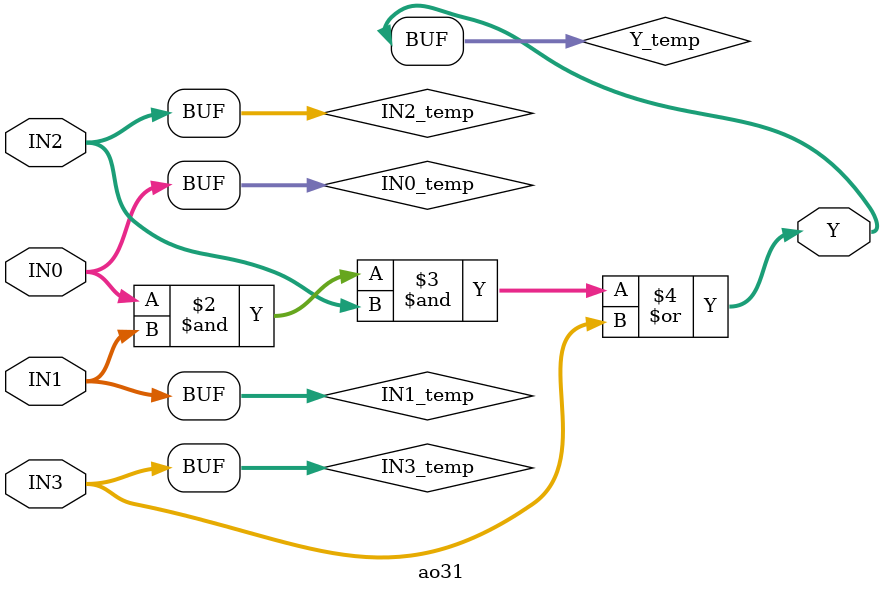
<source format=v>
module ao31(IN0,IN1,IN2,IN3,Y);
  parameter N = 8;
  parameter DPFLAG = 0;
  parameter GROUP = "std";
  parameter
        d_IN0 = 0,
        d_IN1 = 0,
        d_IN2 = 0,
        d_IN3 = 0,
        d_Y = 1;
  input [(N - 1):0] IN0;
  input [(N - 1):0] IN1;
  input [(N - 1):0] IN2;
  input [(N - 1):0] IN3;
  output [(N - 1):0] Y;
  wire [(N - 1):0] IN0_temp;
  wire [(N - 1):0] IN1_temp;
  wire [(N - 1):0] IN2_temp;
  wire [(N - 1):0] IN3_temp;
  reg [(N - 1):0] Y_temp;
  assign #(d_IN0) IN0_temp = IN0;
  assign #(d_IN1) IN1_temp = IN1;
  assign #(d_IN2) IN2_temp = IN2;
  assign #(d_IN3) IN3_temp = IN3;
  assign #(d_Y) Y = Y_temp;
  initial
    begin
    if((DPFLAG == 1))
      $display("(WARNING) The instance %m of type ao31 can't be implemented as a data-path cell");
    end
  always
    @(IN0_temp or IN1_temp or IN2_temp or IN3_temp)
      begin
      Y_temp = (((IN0_temp & IN1_temp) & IN2_temp) | IN3_temp);
      end
endmodule

</source>
